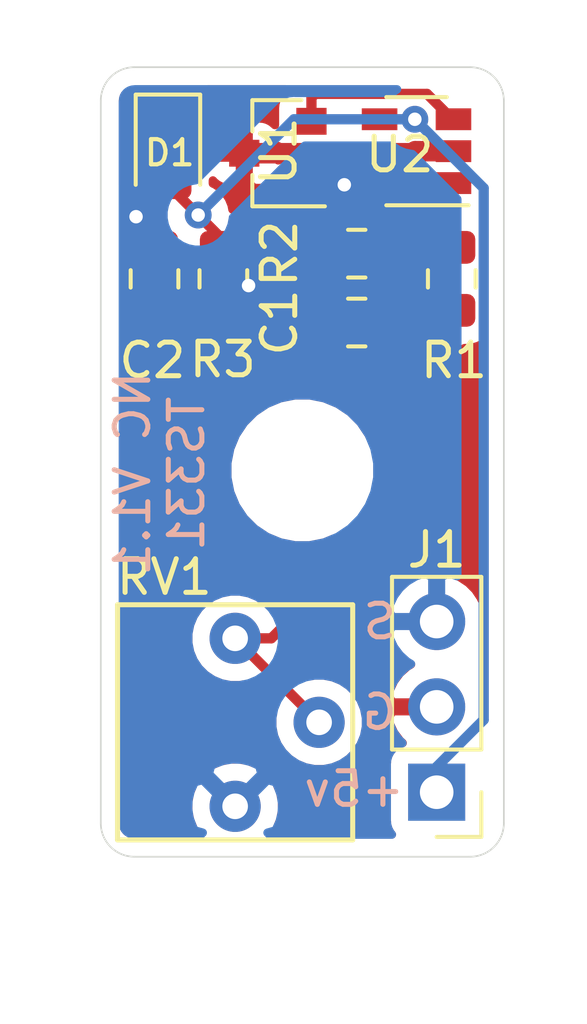
<source format=kicad_pcb>
(kicad_pcb (version 20171130) (host pcbnew "(5.1.5)-3")

  (general
    (thickness 1.6)
    (drawings 12)
    (tracks 54)
    (zones 0)
    (modules 11)
    (nets 7)
  )

  (page A4)
  (layers
    (0 F.Cu signal)
    (31 B.Cu signal)
    (32 B.Adhes user)
    (33 F.Adhes user)
    (34 B.Paste user)
    (35 F.Paste user)
    (36 B.SilkS user)
    (37 F.SilkS user)
    (38 B.Mask user)
    (39 F.Mask user)
    (40 Dwgs.User user)
    (41 Cmts.User user)
    (42 Eco1.User user)
    (43 Eco2.User user)
    (44 Edge.Cuts user)
    (45 Margin user)
    (46 B.CrtYd user)
    (47 F.CrtYd user)
    (48 B.Fab user)
    (49 F.Fab user)
  )

  (setup
    (last_trace_width 0.3048)
    (trace_clearance 0.2032)
    (zone_clearance 0.508)
    (zone_45_only no)
    (trace_min 0.2)
    (via_size 0.8)
    (via_drill 0.4)
    (via_min_size 0.4)
    (via_min_drill 0.3)
    (uvia_size 0.3)
    (uvia_drill 0.1)
    (uvias_allowed no)
    (uvia_min_size 0.2)
    (uvia_min_drill 0.1)
    (edge_width 0.05)
    (segment_width 0.2)
    (pcb_text_width 0.3)
    (pcb_text_size 1.5 1.5)
    (mod_edge_width 0.12)
    (mod_text_size 1 1)
    (mod_text_width 0.15)
    (pad_size 1.524 1.524)
    (pad_drill 0.762)
    (pad_to_mask_clearance 0.051)
    (solder_mask_min_width 0.25)
    (aux_axis_origin 0 0)
    (visible_elements 7FFDFFFF)
    (pcbplotparams
      (layerselection 0x010fc_ffffffff)
      (usegerberextensions false)
      (usegerberattributes false)
      (usegerberadvancedattributes false)
      (creategerberjobfile true)
      (excludeedgelayer true)
      (linewidth 0.100000)
      (plotframeref false)
      (viasonmask false)
      (mode 1)
      (useauxorigin false)
      (hpglpennumber 1)
      (hpglpenspeed 20)
      (hpglpendiameter 15.000000)
      (psnegative false)
      (psa4output false)
      (plotreference true)
      (plotvalue true)
      (plotinvisibletext false)
      (padsonsilk false)
      (subtractmaskfromsilk true)
      (outputformat 1)
      (mirror false)
      (drillshape 0)
      (scaleselection 1)
      (outputdirectory "Gerbers/"))
  )

  (net 0 "")
  (net 1 GND)
  (net 2 "Net-(C1-Pad1)")
  (net 3 +5V)
  (net 4 Signal)
  (net 5 "Net-(R1-Pad1)")
  (net 6 "Net-(U1-Pad2)")

  (net_class Default "This is the default net class."
    (clearance 0.2032)
    (trace_width 0.3048)
    (via_dia 0.8)
    (via_drill 0.4)
    (uvia_dia 0.3)
    (uvia_drill 0.1)
    (add_net "Net-(C1-Pad1)")
    (add_net "Net-(R1-Pad1)")
    (add_net "Net-(U1-Pad2)")
    (add_net Signal)
  )

  (net_class Power ""
    (clearance 0.2032)
    (trace_width 0.6096)
    (via_dia 0.8)
    (via_drill 0.4)
    (uvia_dia 0.3)
    (uvia_drill 0.1)
    (add_net +5V)
    (add_net GND)
  )

  (module HallEffect:SOT-23-5 (layer F.Cu) (tedit 5EB07606) (tstamp 600AAD4D)
    (at 147.4 59.5 180)
    (descr "5-pin SOT23 package")
    (tags SOT-23-5)
    (path /600A5D04)
    (attr smd)
    (fp_text reference U2 (at 0.5 -0.1 180) (layer F.SilkS)
      (effects (font (size 1 1) (thickness 0.15)))
    )
    (fp_text value TS331ILT (at 0 2.9) (layer F.Fab)
      (effects (font (size 1 1) (thickness 0.15)))
    )
    (fp_line (start 0.9 -1.55) (end 0.9 1.55) (layer F.Fab) (width 0.1))
    (fp_line (start 0.9 1.55) (end -0.9 1.55) (layer F.Fab) (width 0.1))
    (fp_line (start -0.9 -0.9) (end -0.9 1.55) (layer F.Fab) (width 0.1))
    (fp_line (start 0.9 -1.55) (end -0.25 -1.55) (layer F.Fab) (width 0.1))
    (fp_line (start -0.9 -0.9) (end -0.25 -1.55) (layer F.Fab) (width 0.1))
    (fp_line (start -1.9 1.8) (end -1.9 -1.8) (layer F.CrtYd) (width 0.05))
    (fp_line (start 1.9 1.8) (end -1.9 1.8) (layer F.CrtYd) (width 0.05))
    (fp_line (start 1.9 -1.8) (end 1.9 1.8) (layer F.CrtYd) (width 0.05))
    (fp_line (start -1.9 -1.8) (end 1.9 -1.8) (layer F.CrtYd) (width 0.05))
    (fp_line (start 0.9 -1.61) (end -1.55 -1.61) (layer F.SilkS) (width 0.12))
    (fp_line (start -0.9 1.61) (end 0.9 1.61) (layer F.SilkS) (width 0.12))
    (fp_text user %R (at 0 0 90) (layer F.Fab)
      (effects (font (size 0.5 0.5) (thickness 0.075)))
    )
    (pad 5 smd rect (at 1.1 -0.95 180) (size 1.06 0.65) (layers F.Cu F.Paste F.Mask)
      (net 3 +5V))
    (pad 4 smd rect (at 1.1 0.95 180) (size 1.06 0.65) (layers F.Cu F.Paste F.Mask)
      (net 4 Signal))
    (pad 3 smd rect (at -1.1 0.95 180) (size 1.06 0.65) (layers F.Cu F.Paste F.Mask)
      (net 6 "Net-(U1-Pad2)"))
    (pad 2 smd rect (at -1.1 0 180) (size 1.06 0.65) (layers F.Cu F.Paste F.Mask)
      (net 1 GND))
    (pad 1 smd rect (at -1.1 -0.95 180) (size 1.06 0.65) (layers F.Cu F.Paste F.Mask)
      (net 2 "Net-(C1-Pad1)"))
    (model ${KIPRJMOD}/Library/3D_Packages/SOT-23-5.step
      (at (xyz 0 0 0))
      (scale (xyz 1 1 1))
      (rotate (xyz 0 0 0))
    )
  )

  (module HallEffect:MountingHole_3.2mm_M3 (layer F.Cu) (tedit 56D1B4CB) (tstamp 6007B9B3)
    (at 144 69)
    (descr "Mounting Hole 3.2mm, no annular, M3")
    (tags "mounting hole 3.2mm no annular m3")
    (path /60082DD5)
    (attr virtual)
    (fp_text reference H1 (at 0.1 0.05) (layer F.SilkS)
      (effects (font (size 1 1) (thickness 0.15)))
    )
    (fp_text value MountingHole (at 0 4.2) (layer F.Fab)
      (effects (font (size 1 1) (thickness 0.15)))
    )
    (fp_circle (center 0 0) (end 3.45 0) (layer F.CrtYd) (width 0.05))
    (fp_circle (center 0 0) (end 3.2 0) (layer Cmts.User) (width 0.15))
    (fp_text user %R (at 0.3 0) (layer F.Fab)
      (effects (font (size 1 1) (thickness 0.15)))
    )
    (pad 1 np_thru_hole circle (at 0 0) (size 3.2 3.2) (drill 3.2) (layers *.Cu *.Mask))
  )

  (module HallEffect:SOT-23 (layer F.Cu) (tedit 5EB075FF) (tstamp 6007C55F)
    (at 143.272 59.5605 180)
    (descr "SOT-23, Standard")
    (tags SOT-23)
    (path /5FEA3EB5)
    (attr smd)
    (fp_text reference U1 (at -0.028 0.0605 90) (layer F.SilkS)
      (effects (font (size 1 1) (thickness 0.15)))
    )
    (fp_text value SS49E (at 0 2.5) (layer F.Fab)
      (effects (font (size 1 1) (thickness 0.15)))
    )
    (fp_text user %R (at 0 0 90) (layer F.Fab)
      (effects (font (size 0.5 0.5) (thickness 0.075)))
    )
    (fp_line (start -0.7 -0.95) (end -0.7 1.5) (layer F.Fab) (width 0.1))
    (fp_line (start -0.15 -1.52) (end 0.7 -1.52) (layer F.Fab) (width 0.1))
    (fp_line (start -0.7 -0.95) (end -0.15 -1.52) (layer F.Fab) (width 0.1))
    (fp_line (start 0.7 -1.52) (end 0.7 1.52) (layer F.Fab) (width 0.1))
    (fp_line (start -0.7 1.52) (end 0.7 1.52) (layer F.Fab) (width 0.1))
    (fp_line (start 0.76 1.58) (end 0.76 0.65) (layer F.SilkS) (width 0.12))
    (fp_line (start 0.76 -1.58) (end 0.76 -0.65) (layer F.SilkS) (width 0.12))
    (fp_line (start -1.7 -1.75) (end 1.7 -1.75) (layer F.CrtYd) (width 0.05))
    (fp_line (start 1.7 -1.75) (end 1.7 1.75) (layer F.CrtYd) (width 0.05))
    (fp_line (start 1.7 1.75) (end -1.7 1.75) (layer F.CrtYd) (width 0.05))
    (fp_line (start -1.7 1.75) (end -1.7 -1.75) (layer F.CrtYd) (width 0.05))
    (fp_line (start 0.76 -1.58) (end -1.4 -1.58) (layer F.SilkS) (width 0.12))
    (fp_line (start 0.76 1.58) (end -0.7 1.58) (layer F.SilkS) (width 0.12))
    (pad 1 smd rect (at -1 -0.95 180) (size 0.9 0.8) (layers F.Cu F.Paste F.Mask)
      (net 3 +5V))
    (pad 2 smd rect (at -1 0.95 180) (size 0.9 0.8) (layers F.Cu F.Paste F.Mask)
      (net 6 "Net-(U1-Pad2)"))
    (pad 3 smd rect (at 1 0 180) (size 0.9 0.8) (layers F.Cu F.Paste F.Mask)
      (net 1 GND))
    (model ${KIPRJMOD}/Library/3D_Packages/SOT-23.step
      (at (xyz 0 0 0))
      (scale (xyz 1 1 1))
      (rotate (xyz 0 0 0))
    )
  )

  (module HallEffect:CT6EP103 (layer F.Cu) (tedit 5EFFC1F9) (tstamp 5FEC5C1C)
    (at 142 76.5 270)
    (path /5FEAFE4B)
    (fp_text reference RV1 (at -4.324 2.1095 180) (layer F.SilkS)
      (effects (font (size 1 1) (thickness 0.15)))
    )
    (fp_text value 10K (at 0 -4.5 90) (layer F.Fab)
      (effects (font (size 1 1) (thickness 0.15)))
    )
    (fp_line (start 3.5 -3.5) (end 0 -3.5) (layer F.SilkS) (width 0.15))
    (fp_line (start 3.5 3.5) (end 3.5 -3.5) (layer F.SilkS) (width 0.15))
    (fp_line (start -3.5 3.5) (end 3.5 3.5) (layer F.SilkS) (width 0.15))
    (fp_line (start -3.5 -3.5) (end -3.5 3.5) (layer F.SilkS) (width 0.15))
    (fp_line (start 0 -3.5) (end -3.5 -3.5) (layer F.SilkS) (width 0.15))
    (pad 3 thru_hole circle (at 2.5 0 270) (size 1.524 1.524) (drill 0.762) (layers *.Cu *.Mask)
      (net 3 +5V))
    (pad 2 thru_hole circle (at 0 -2.5 270) (size 1.524 1.524) (drill 0.762) (layers *.Cu *.Mask)
      (net 5 "Net-(R1-Pad1)"))
    (pad 1 thru_hole circle (at -2.5 0 270) (size 1.524 1.524) (drill 0.762) (layers *.Cu *.Mask)
      (net 5 "Net-(R1-Pad1)"))
    (model "${KIPRJMOD}/Library/3D_Packages/CT-6EP10k_(103).stp"
      (offset (xyz 0 0 5.8))
      (scale (xyz 1 1 1))
      (rotate (xyz 0 0 0))
    )
  )

  (module HallEffect:R_0805_2012Metric (layer F.Cu) (tedit 5EB075F5) (tstamp 6007C697)
    (at 141.65 63.3 90)
    (descr "Resistor SMD 0805 (2012 Metric), square (rectangular) end terminal, IPC_7351 nominal, (Body size source: https://docs.google.com/spreadsheets/d/1BsfQQcO9C6DZCsRaXUlFlo91Tg2WpOkGARC1WS5S8t0/edit?usp=sharing), generated with kicad-footprint-generator")
    (tags resistor)
    (path /5FEB5185)
    (attr smd)
    (fp_text reference R3 (at -2.4 -0.0185 180) (layer F.SilkS)
      (effects (font (size 1 1) (thickness 0.15)))
    )
    (fp_text value 1k (at 3.3805 -0.0635 90) (layer F.Fab)
      (effects (font (size 1 1) (thickness 0.15)))
    )
    (fp_text user %R (at 0 0 90) (layer F.Fab)
      (effects (font (size 0.5 0.5) (thickness 0.08)))
    )
    (fp_line (start 1.68 0.95) (end -1.68 0.95) (layer F.CrtYd) (width 0.05))
    (fp_line (start 1.68 -0.95) (end 1.68 0.95) (layer F.CrtYd) (width 0.05))
    (fp_line (start -1.68 -0.95) (end 1.68 -0.95) (layer F.CrtYd) (width 0.05))
    (fp_line (start -1.68 0.95) (end -1.68 -0.95) (layer F.CrtYd) (width 0.05))
    (fp_line (start -0.258578 0.71) (end 0.258578 0.71) (layer F.SilkS) (width 0.12))
    (fp_line (start -0.258578 -0.71) (end 0.258578 -0.71) (layer F.SilkS) (width 0.12))
    (fp_line (start 1 0.6) (end -1 0.6) (layer F.Fab) (width 0.1))
    (fp_line (start 1 -0.6) (end 1 0.6) (layer F.Fab) (width 0.1))
    (fp_line (start -1 -0.6) (end 1 -0.6) (layer F.Fab) (width 0.1))
    (fp_line (start -1 0.6) (end -1 -0.6) (layer F.Fab) (width 0.1))
    (pad 2 smd roundrect (at 0.9375 0 90) (size 0.975 1.4) (layers F.Cu F.Paste F.Mask) (roundrect_rratio 0.25)
      (net 4 Signal))
    (pad 1 smd roundrect (at -0.9375 0 90) (size 0.975 1.4) (layers F.Cu F.Paste F.Mask) (roundrect_rratio 0.25)
      (net 3 +5V))
    (model ${KIPRJMOD}/Library/3D_Packages/R_0805_2012Metric.step
      (at (xyz 0 0 0))
      (scale (xyz 1 1 1))
      (rotate (xyz 0 0 0))
    )
  )

  (module HallEffect:R_0805_2012Metric (layer F.Cu) (tedit 5EB075F5) (tstamp 6007C2F3)
    (at 145.6205 62.55 180)
    (descr "Resistor SMD 0805 (2012 Metric), square (rectangular) end terminal, IPC_7351 nominal, (Body size source: https://docs.google.com/spreadsheets/d/1BsfQQcO9C6DZCsRaXUlFlo91Tg2WpOkGARC1WS5S8t0/edit?usp=sharing), generated with kicad-footprint-generator")
    (tags resistor)
    (path /5FEADFC8)
    (attr smd)
    (fp_text reference R2 (at 2.301 0 270) (layer F.SilkS)
      (effects (font (size 1 1) (thickness 0.15)))
    )
    (fp_text value 10K (at 0.3325 1.4605) (layer F.Fab)
      (effects (font (size 1 1) (thickness 0.15)))
    )
    (fp_text user %R (at 0 0) (layer F.Fab)
      (effects (font (size 0.5 0.5) (thickness 0.08)))
    )
    (fp_line (start 1.68 0.95) (end -1.68 0.95) (layer F.CrtYd) (width 0.05))
    (fp_line (start 1.68 -0.95) (end 1.68 0.95) (layer F.CrtYd) (width 0.05))
    (fp_line (start -1.68 -0.95) (end 1.68 -0.95) (layer F.CrtYd) (width 0.05))
    (fp_line (start -1.68 0.95) (end -1.68 -0.95) (layer F.CrtYd) (width 0.05))
    (fp_line (start -0.258578 0.71) (end 0.258578 0.71) (layer F.SilkS) (width 0.12))
    (fp_line (start -0.258578 -0.71) (end 0.258578 -0.71) (layer F.SilkS) (width 0.12))
    (fp_line (start 1 0.6) (end -1 0.6) (layer F.Fab) (width 0.1))
    (fp_line (start 1 -0.6) (end 1 0.6) (layer F.Fab) (width 0.1))
    (fp_line (start -1 -0.6) (end 1 -0.6) (layer F.Fab) (width 0.1))
    (fp_line (start -1 0.6) (end -1 -0.6) (layer F.Fab) (width 0.1))
    (pad 2 smd roundrect (at 0.9375 0 180) (size 0.975 1.4) (layers F.Cu F.Paste F.Mask) (roundrect_rratio 0.25)
      (net 1 GND))
    (pad 1 smd roundrect (at -0.9375 0 180) (size 0.975 1.4) (layers F.Cu F.Paste F.Mask) (roundrect_rratio 0.25)
      (net 2 "Net-(C1-Pad1)"))
    (model ${KIPRJMOD}/Library/3D_Packages/R_0805_2012Metric.step
      (at (xyz 0 0 0))
      (scale (xyz 1 1 1))
      (rotate (xyz 0 0 0))
    )
  )

  (module HallEffect:R_0805_2012Metric (layer F.Cu) (tedit 5EB075F5) (tstamp 6007C3C8)
    (at 148.45 63.3 90)
    (descr "Resistor SMD 0805 (2012 Metric), square (rectangular) end terminal, IPC_7351 nominal, (Body size source: https://docs.google.com/spreadsheets/d/1BsfQQcO9C6DZCsRaXUlFlo91Tg2WpOkGARC1WS5S8t0/edit?usp=sharing), generated with kicad-footprint-generator")
    (tags resistor)
    (path /5FEAE921)
    (attr smd)
    (fp_text reference R1 (at -2.428 0.0635 180) (layer F.SilkS)
      (effects (font (size 1 1) (thickness 0.15)))
    )
    (fp_text value 1.0K (at 0 1.65 90) (layer F.Fab)
      (effects (font (size 1 1) (thickness 0.15)))
    )
    (fp_text user %R (at 0 0 90) (layer F.Fab)
      (effects (font (size 0.5 0.5) (thickness 0.08)))
    )
    (fp_line (start 1.68 0.95) (end -1.68 0.95) (layer F.CrtYd) (width 0.05))
    (fp_line (start 1.68 -0.95) (end 1.68 0.95) (layer F.CrtYd) (width 0.05))
    (fp_line (start -1.68 -0.95) (end 1.68 -0.95) (layer F.CrtYd) (width 0.05))
    (fp_line (start -1.68 0.95) (end -1.68 -0.95) (layer F.CrtYd) (width 0.05))
    (fp_line (start -0.258578 0.71) (end 0.258578 0.71) (layer F.SilkS) (width 0.12))
    (fp_line (start -0.258578 -0.71) (end 0.258578 -0.71) (layer F.SilkS) (width 0.12))
    (fp_line (start 1 0.6) (end -1 0.6) (layer F.Fab) (width 0.1))
    (fp_line (start 1 -0.6) (end 1 0.6) (layer F.Fab) (width 0.1))
    (fp_line (start -1 -0.6) (end 1 -0.6) (layer F.Fab) (width 0.1))
    (fp_line (start -1 0.6) (end -1 -0.6) (layer F.Fab) (width 0.1))
    (pad 2 smd roundrect (at 0.9375 0 90) (size 0.975 1.4) (layers F.Cu F.Paste F.Mask) (roundrect_rratio 0.25)
      (net 2 "Net-(C1-Pad1)"))
    (pad 1 smd roundrect (at -0.9375 0 90) (size 0.975 1.4) (layers F.Cu F.Paste F.Mask) (roundrect_rratio 0.25)
      (net 5 "Net-(R1-Pad1)"))
    (model ${KIPRJMOD}/Library/3D_Packages/R_0805_2012Metric.step
      (at (xyz 0 0 0))
      (scale (xyz 1 1 1))
      (rotate (xyz 0 0 0))
    )
  )

  (module HallEffect:PinHeader_1x03_P2.54mm_Vertical (layer F.Cu) (tedit 5EB075E6) (tstamp 5FEA0DBF)
    (at 148 78.58 180)
    (descr "Through hole straight pin header, 1x03, 2.54mm pitch, single row")
    (tags "Through hole pin header THT 1x03 2.54mm single row")
    (path /5FE9C107)
    (fp_text reference J1 (at 0 7.213) (layer F.SilkS)
      (effects (font (size 1 1) (thickness 0.15)))
    )
    (fp_text value Conn_01x03 (at 0 7.41) (layer F.Fab)
      (effects (font (size 1 1) (thickness 0.15)))
    )
    (fp_text user %R (at 0 2.54 90) (layer F.Fab)
      (effects (font (size 1 1) (thickness 0.15)))
    )
    (fp_line (start 1.8 -1.8) (end -1.8 -1.8) (layer F.CrtYd) (width 0.05))
    (fp_line (start 1.8 6.85) (end 1.8 -1.8) (layer F.CrtYd) (width 0.05))
    (fp_line (start -1.8 6.85) (end 1.8 6.85) (layer F.CrtYd) (width 0.05))
    (fp_line (start -1.8 -1.8) (end -1.8 6.85) (layer F.CrtYd) (width 0.05))
    (fp_line (start -1.33 -1.33) (end 0 -1.33) (layer F.SilkS) (width 0.12))
    (fp_line (start -1.33 0) (end -1.33 -1.33) (layer F.SilkS) (width 0.12))
    (fp_line (start -1.33 1.27) (end 1.33 1.27) (layer F.SilkS) (width 0.12))
    (fp_line (start 1.33 1.27) (end 1.33 6.41) (layer F.SilkS) (width 0.12))
    (fp_line (start -1.33 1.27) (end -1.33 6.41) (layer F.SilkS) (width 0.12))
    (fp_line (start -1.33 6.41) (end 1.33 6.41) (layer F.SilkS) (width 0.12))
    (fp_line (start -1.27 -0.635) (end -0.635 -1.27) (layer F.Fab) (width 0.1))
    (fp_line (start -1.27 6.35) (end -1.27 -0.635) (layer F.Fab) (width 0.1))
    (fp_line (start 1.27 6.35) (end -1.27 6.35) (layer F.Fab) (width 0.1))
    (fp_line (start 1.27 -1.27) (end 1.27 6.35) (layer F.Fab) (width 0.1))
    (fp_line (start -0.635 -1.27) (end 1.27 -1.27) (layer F.Fab) (width 0.1))
    (pad 3 thru_hole oval (at 0 5.08 180) (size 1.7 1.7) (drill 1) (layers *.Cu *.Mask)
      (net 3 +5V))
    (pad 2 thru_hole oval (at 0 2.54 180) (size 1.7 1.7) (drill 1) (layers *.Cu *.Mask)
      (net 1 GND))
    (pad 1 thru_hole rect (at 0 0 180) (size 1.7 1.7) (drill 1) (layers *.Cu *.Mask)
      (net 4 Signal))
    (model ${KIPRJMOD}/Library/3D_Packages/PinHeader_1x03_P2.54mm_Vertical.step
      (at (xyz 0 0 0))
      (scale (xyz 1 1 1))
      (rotate (xyz 0 0 0))
    )
  )

  (module HallEffect:LED_0805_2012Metric (layer F.Cu) (tedit 5EB07523) (tstamp 5FEC119A)
    (at 140 59.5 270)
    (descr "LED SMD 0805 (2012 Metric), square (rectangular) end terminal, IPC_7351 nominal, (Body size source: https://docs.google.com/spreadsheets/d/1BsfQQcO9C6DZCsRaXUlFlo91Tg2WpOkGARC1WS5S8t0/edit?usp=sharing), generated with kicad-footprint-generator")
    (tags diode)
    (path /5FEB5CD2)
    (attr smd)
    (fp_text reference D1 (at 0.05 -0.05) (layer F.SilkS)
      (effects (font (size 0.75 0.75) (thickness 0.125)))
    )
    (fp_text value LED (at 0 1.65 90) (layer F.Fab)
      (effects (font (size 1 1) (thickness 0.15)))
    )
    (fp_text user %R (at 0 0 90) (layer F.Fab)
      (effects (font (size 0.5 0.5) (thickness 0.08)))
    )
    (fp_line (start 1.68 0.95) (end -1.68 0.95) (layer F.CrtYd) (width 0.05))
    (fp_line (start 1.68 -0.95) (end 1.68 0.95) (layer F.CrtYd) (width 0.05))
    (fp_line (start -1.68 -0.95) (end 1.68 -0.95) (layer F.CrtYd) (width 0.05))
    (fp_line (start -1.68 0.95) (end -1.68 -0.95) (layer F.CrtYd) (width 0.05))
    (fp_line (start -1.685 0.96) (end 1 0.96) (layer F.SilkS) (width 0.12))
    (fp_line (start -1.685 -0.96) (end -1.685 0.96) (layer F.SilkS) (width 0.12))
    (fp_line (start 1 -0.96) (end -1.685 -0.96) (layer F.SilkS) (width 0.12))
    (fp_line (start 1 0.6) (end 1 -0.6) (layer F.Fab) (width 0.1))
    (fp_line (start -1 0.6) (end 1 0.6) (layer F.Fab) (width 0.1))
    (fp_line (start -1 -0.3) (end -1 0.6) (layer F.Fab) (width 0.1))
    (fp_line (start -0.7 -0.6) (end -1 -0.3) (layer F.Fab) (width 0.1))
    (fp_line (start 1 -0.6) (end -0.7 -0.6) (layer F.Fab) (width 0.1))
    (pad 2 smd roundrect (at 0.9375 0 270) (size 0.975 1.4) (layers F.Cu F.Paste F.Mask) (roundrect_rratio 0.25)
      (net 4 Signal))
    (pad 1 smd roundrect (at -0.9375 0 270) (size 0.975 1.4) (layers F.Cu F.Paste F.Mask) (roundrect_rratio 0.25)
      (net 1 GND))
    (model ${KIPRJMOD}/Library/3D_Packages/LED_0805_2012Metric.step
      (at (xyz 0 0 0))
      (scale (xyz 1 1 1))
      (rotate (xyz 0 0 0))
    )
  )

  (module HallEffect:C_0805_2012Metric (layer F.Cu) (tedit 5EB0750C) (tstamp 5FEBF1E4)
    (at 139.6 63.3 270)
    (descr "Capacitor SMD 0805 (2012 Metric), square (rectangular) end terminal, IPC_7351 nominal, (Body size source: https://docs.google.com/spreadsheets/d/1BsfQQcO9C6DZCsRaXUlFlo91Tg2WpOkGARC1WS5S8t0/edit?usp=sharing), generated with kicad-footprint-generator")
    (tags capacitor)
    (path /5FEAD587)
    (attr smd)
    (fp_text reference C2 (at 2.428 0.0635 180) (layer F.SilkS)
      (effects (font (size 1 1) (thickness 0.15)))
    )
    (fp_text value 1uF (at 3.8885 0.254 90) (layer F.Fab)
      (effects (font (size 1 1) (thickness 0.15)))
    )
    (fp_text user %R (at 0 0 90) (layer F.Fab)
      (effects (font (size 0.5 0.5) (thickness 0.08)))
    )
    (fp_line (start 1.68 0.95) (end -1.68 0.95) (layer F.CrtYd) (width 0.05))
    (fp_line (start 1.68 -0.95) (end 1.68 0.95) (layer F.CrtYd) (width 0.05))
    (fp_line (start -1.68 -0.95) (end 1.68 -0.95) (layer F.CrtYd) (width 0.05))
    (fp_line (start -1.68 0.95) (end -1.68 -0.95) (layer F.CrtYd) (width 0.05))
    (fp_line (start -0.258578 0.71) (end 0.258578 0.71) (layer F.SilkS) (width 0.12))
    (fp_line (start -0.258578 -0.71) (end 0.258578 -0.71) (layer F.SilkS) (width 0.12))
    (fp_line (start 1 0.6) (end -1 0.6) (layer F.Fab) (width 0.1))
    (fp_line (start 1 -0.6) (end 1 0.6) (layer F.Fab) (width 0.1))
    (fp_line (start -1 -0.6) (end 1 -0.6) (layer F.Fab) (width 0.1))
    (fp_line (start -1 0.6) (end -1 -0.6) (layer F.Fab) (width 0.1))
    (pad 2 smd roundrect (at 0.9375 0 270) (size 0.975 1.4) (layers F.Cu F.Paste F.Mask) (roundrect_rratio 0.25)
      (net 1 GND))
    (pad 1 smd roundrect (at -0.9375 0 270) (size 0.975 1.4) (layers F.Cu F.Paste F.Mask) (roundrect_rratio 0.25)
      (net 3 +5V))
    (model ${KIPRJMOD}/Library/3D_Packages/C_0805_2012Metric.step
      (at (xyz 0 0 0))
      (scale (xyz 1 1 1))
      (rotate (xyz 0 0 0))
    )
  )

  (module HallEffect:C_0805_2012Metric (layer F.Cu) (tedit 5EB0750C) (tstamp 5FEBF31D)
    (at 145.6205 64.6 180)
    (descr "Capacitor SMD 0805 (2012 Metric), square (rectangular) end terminal, IPC_7351 nominal, (Body size source: https://docs.google.com/spreadsheets/d/1BsfQQcO9C6DZCsRaXUlFlo91Tg2WpOkGARC1WS5S8t0/edit?usp=sharing), generated with kicad-footprint-generator")
    (tags capacitor)
    (path /5FEB3165)
    (attr smd)
    (fp_text reference C1 (at 2.301 0 90) (layer F.SilkS)
      (effects (font (size 1 1) (thickness 0.15)))
    )
    (fp_text value 0.1uF (at 0 -2.0955) (layer F.Fab)
      (effects (font (size 1 1) (thickness 0.15)))
    )
    (fp_text user %R (at 0 0) (layer F.Fab)
      (effects (font (size 0.5 0.5) (thickness 0.08)))
    )
    (fp_line (start 1.68 0.95) (end -1.68 0.95) (layer F.CrtYd) (width 0.05))
    (fp_line (start 1.68 -0.95) (end 1.68 0.95) (layer F.CrtYd) (width 0.05))
    (fp_line (start -1.68 -0.95) (end 1.68 -0.95) (layer F.CrtYd) (width 0.05))
    (fp_line (start -1.68 0.95) (end -1.68 -0.95) (layer F.CrtYd) (width 0.05))
    (fp_line (start -0.258578 0.71) (end 0.258578 0.71) (layer F.SilkS) (width 0.12))
    (fp_line (start -0.258578 -0.71) (end 0.258578 -0.71) (layer F.SilkS) (width 0.12))
    (fp_line (start 1 0.6) (end -1 0.6) (layer F.Fab) (width 0.1))
    (fp_line (start 1 -0.6) (end 1 0.6) (layer F.Fab) (width 0.1))
    (fp_line (start -1 -0.6) (end 1 -0.6) (layer F.Fab) (width 0.1))
    (fp_line (start -1 0.6) (end -1 -0.6) (layer F.Fab) (width 0.1))
    (pad 2 smd roundrect (at 0.9375 0 180) (size 0.975 1.4) (layers F.Cu F.Paste F.Mask) (roundrect_rratio 0.25)
      (net 1 GND))
    (pad 1 smd roundrect (at -0.9375 0 180) (size 0.975 1.4) (layers F.Cu F.Paste F.Mask) (roundrect_rratio 0.25)
      (net 2 "Net-(C1-Pad1)"))
    (model ${KIPRJMOD}/Library/3D_Packages/C_0805_2012Metric.step
      (at (xyz 0 0 0))
      (scale (xyz 1 1 1))
      (rotate (xyz 0 0 0))
    )
  )

  (gr_text "NC V1.1\nTS331" (at 139.75 69.1 90) (layer B.SilkS)
    (effects (font (size 1 1) (thickness 0.15)) (justify mirror))
  )
  (gr_text G (at 146.304 76.2) (layer B.SilkS)
    (effects (font (size 1 1) (thickness 0.15)) (justify mirror))
  )
  (gr_text +5v (at 145.542 78.486) (layer B.SilkS)
    (effects (font (size 1 1) (thickness 0.15)) (justify mirror))
  )
  (gr_text S (at 146.304 73.5) (layer B.SilkS)
    (effects (font (size 1 1) (thickness 0.15)) (justify mirror))
  )
  (gr_arc (start 139 79.5) (end 138 79.5) (angle -90) (layer Edge.Cuts) (width 0.05))
  (gr_arc (start 149 79.5) (end 149 80.5) (angle -90) (layer Edge.Cuts) (width 0.05))
  (gr_arc (start 149 58) (end 150 58) (angle -90) (layer Edge.Cuts) (width 0.05))
  (gr_arc (start 139 58) (end 139 57) (angle -90) (layer Edge.Cuts) (width 0.05))
  (gr_line (start 138 58) (end 138 79.5) (layer Edge.Cuts) (width 0.05) (tstamp 5FEA1B98))
  (gr_line (start 149 80.5) (end 139 80.5) (layer Edge.Cuts) (width 0.05))
  (gr_line (start 150 58) (end 150 79.5) (layer Edge.Cuts) (width 0.05))
  (gr_line (start 139 57) (end 149 57) (layer Edge.Cuts) (width 0.05))

  (via (at 147.35 58.55) (size 0.8) (drill 0.4) (layers F.Cu B.Cu) (net 4))
  (segment (start 139.554001 58.946999) (end 139.954 58.547) (width 0.3048) (layer F.Cu) (net 1))
  (segment (start 142.2825 59.55) (end 142.272 59.5605) (width 0.6096) (layer F.Cu) (net 1))
  (segment (start 143.3316 59.5605) (end 142.272 59.5605) (width 0.6096) (layer F.Cu) (net 1))
  (segment (start 147.2999 59.5605) (end 143.3316 59.5605) (width 0.6096) (layer F.Cu) (net 1))
  (segment (start 147.3604 59.5) (end 147.2999 59.5605) (width 0.6096) (layer F.Cu) (net 1))
  (segment (start 148.5 59.5) (end 147.3604 59.5) (width 0.6096) (layer F.Cu) (net 1))
  (segment (start 148.45 62.725) (end 148.463 62.738) (width 0.3048) (layer F.Cu) (net 2))
  (segment (start 147.9885 62.738) (end 148.463 62.738) (width 0.3048) (layer F.Cu) (net 2))
  (segment (start 146.4535 62.824) (end 146.558 62.9285) (width 0.3048) (layer F.Cu) (net 2))
  (segment (start 146.7485 62.738) (end 146.558 62.9285) (width 0.3048) (layer F.Cu) (net 2))
  (segment (start 148.463 62.45) (end 146.7485 62.45) (width 0.3048) (layer F.Cu) (net 2))
  (segment (start 146.558 64.9605) (end 146.558 62.9285) (width 0.3048) (layer F.Cu) (net 2))
  (segment (start 146.4 62.392) (end 146.558 62.55) (width 0.3048) (layer F.Cu) (net 2))
  (via (at 142.4 63.5) (size 0.8) (drill 0.4) (layers F.Cu B.Cu) (net 3) (tstamp 6007C79C))
  (via (at 145.25 60.5) (size 0.8) (drill 0.4) (layers F.Cu B.Cu) (net 3) (tstamp 6008D897))
  (via (at 139.05 61.45) (size 0.8) (drill 0.4) (layers F.Cu B.Cu) (net 3))
  (segment (start 139.6 62) (end 139.05 61.45) (width 0.6096) (layer F.Cu) (net 3))
  (segment (start 139.6 62.3625) (end 139.6 62) (width 0.6096) (layer F.Cu) (net 3))
  (segment (start 145.1395 60.5105) (end 145.15 60.5) (width 0.6096) (layer F.Cu) (net 3))
  (segment (start 141.6625 64.2375) (end 142.4 63.5) (width 0.6096) (layer F.Cu) (net 3))
  (segment (start 141.65 64.2375) (end 141.6625 64.2375) (width 0.6096) (layer F.Cu) (net 3))
  (segment (start 148 73.5) (end 148 73.6) (width 0.3048) (layer B.Cu) (net 3))
  (segment (start 148.463 60.637) (end 148.6 60.5) (width 0.3048) (layer F.Cu) (net 2))
  (segment (start 148.5 62.3125) (end 148.45 62.3625) (width 0.3048) (layer F.Cu) (net 2))
  (segment (start 148.5 60.45) (end 148.5 62.3125) (width 0.3048) (layer F.Cu) (net 2))
  (segment (start 144.2825 60.5) (end 144.272 60.5105) (width 0.6096) (layer F.Cu) (net 3))
  (segment (start 145.25 60.5) (end 144.2825 60.5) (width 0.6096) (layer F.Cu) (net 3))
  (segment (start 145.3 60.45) (end 145.25 60.5) (width 0.6096) (layer F.Cu) (net 3))
  (segment (start 146.3 60.45) (end 145.3 60.45) (width 0.6096) (layer F.Cu) (net 3))
  (via (at 140.9 61.4) (size 0.8) (drill 0.4) (layers F.Cu B.Cu) (net 4) (tstamp 6007BD83))
  (segment (start 141.65 62.3625) (end 141.65 62.15) (width 0.3048) (layer F.Cu) (net 4))
  (segment (start 140 60.5) (end 140.9 61.4) (width 0.3048) (layer F.Cu) (net 4))
  (segment (start 140 60.4375) (end 140 60.5) (width 0.3048) (layer F.Cu) (net 4))
  (segment (start 148 77.82429) (end 149.399999 76.424291) (width 0.3048) (layer B.Cu) (net 4))
  (segment (start 148 78.58) (end 148 77.82429) (width 0.3048) (layer B.Cu) (net 4))
  (segment (start 143.07763 74) (end 142 74) (width 0.3048) (layer F.Cu) (net 5))
  (segment (start 148.463 64.613) (end 146.794399 66.281601) (width 0.3048) (layer F.Cu) (net 5))
  (segment (start 146.794399 66.281601) (end 146.794399 70.283231) (width 0.3048) (layer F.Cu) (net 5))
  (segment (start 146.794399 70.283231) (end 143.07763 74) (width 0.3048) (layer F.Cu) (net 5))
  (segment (start 144.5 76.5) (end 142 74) (width 0.3048) (layer F.Cu) (net 5))
  (segment (start 146.451 58.6105) (end 146.4535 58.608) (width 0.3048) (layer F.Cu) (net 4))
  (segment (start 147.35 58.55) (end 146.3 58.55) (width 0.3048) (layer F.Cu) (net 4))
  (segment (start 141.65 62.15) (end 140.9 61.4) (width 0.3048) (layer F.Cu) (net 4))
  (segment (start 149.399999 60.599999) (end 147.35 58.55) (width 0.3048) (layer B.Cu) (net 4))
  (segment (start 149.399999 76.424291) (end 149.399999 60.599999) (width 0.3048) (layer B.Cu) (net 4))
  (segment (start 143.75 58.55) (end 140.9 61.4) (width 0.3048) (layer B.Cu) (net 4))
  (segment (start 147.35 58.55) (end 143.75 58.55) (width 0.3048) (layer B.Cu) (net 4))
  (segment (start 144.2825 58.6) (end 144.272 58.6105) (width 0.3048) (layer F.Cu) (net 6))
  (segment (start 147.712689 57.794399) (end 144.383301 57.794399) (width 0.3048) (layer F.Cu) (net 6))
  (segment (start 144.383301 57.794399) (end 144.272 57.9057) (width 0.3048) (layer F.Cu) (net 6))
  (segment (start 148.46829 58.55) (end 147.712689 57.794399) (width 0.3048) (layer F.Cu) (net 6))
  (segment (start 144.272 57.9057) (end 144.272 58.6105) (width 0.3048) (layer F.Cu) (net 6))
  (segment (start 148.5 58.55) (end 148.46829 58.55) (width 0.3048) (layer F.Cu) (net 6))

  (zone (net 3) (net_name +5V) (layer B.Cu) (tstamp 600AB7A8) (hatch edge 0.508)
    (connect_pads (clearance 0.508))
    (min_thickness 0.254)
    (fill yes (arc_segments 32) (thermal_gap 0.508) (thermal_bridge_width 0.508))
    (polygon
      (pts
        (xy 152.5 85) (xy 135.5 85) (xy 135 55) (xy 152 55)
      )
    )
    (filled_polygon
      (pts
        (xy 146.690226 57.746063) (xy 146.673689 57.7626) (xy 143.788665 57.7626) (xy 143.75 57.758792) (xy 143.711335 57.7626)
        (xy 143.711327 57.7626) (xy 143.595643 57.773994) (xy 143.447217 57.819018) (xy 143.310428 57.892134) (xy 143.22057 57.965878)
        (xy 143.220567 57.965881) (xy 143.190531 57.990531) (xy 143.165881 58.020567) (xy 140.82145 60.365) (xy 140.798061 60.365)
        (xy 140.598102 60.404774) (xy 140.409744 60.482795) (xy 140.240226 60.596063) (xy 140.096063 60.740226) (xy 139.982795 60.909744)
        (xy 139.904774 61.098102) (xy 139.865 61.298061) (xy 139.865 61.501939) (xy 139.904774 61.701898) (xy 139.982795 61.890256)
        (xy 140.096063 62.059774) (xy 140.240226 62.203937) (xy 140.409744 62.317205) (xy 140.598102 62.395226) (xy 140.798061 62.435)
        (xy 141.001939 62.435) (xy 141.201898 62.395226) (xy 141.390256 62.317205) (xy 141.559774 62.203937) (xy 141.703937 62.059774)
        (xy 141.817205 61.890256) (xy 141.895226 61.701898) (xy 141.935 61.501939) (xy 141.935 61.47855) (xy 144.076152 59.3374)
        (xy 146.673689 59.3374) (xy 146.690226 59.353937) (xy 146.859744 59.467205) (xy 147.048102 59.545226) (xy 147.248061 59.585)
        (xy 147.27145 59.585) (xy 148.6126 60.926152) (xy 148.612599 72.149226) (xy 148.356891 72.058519) (xy 148.127 72.179186)
        (xy 148.127 73.373) (xy 148.147 73.373) (xy 148.147 73.627) (xy 148.127 73.627) (xy 148.127 73.647)
        (xy 147.873 73.647) (xy 147.873 73.627) (xy 146.679845 73.627) (xy 146.558524 73.85689) (xy 146.603175 74.004099)
        (xy 146.728359 74.26692) (xy 146.902412 74.500269) (xy 147.118645 74.695178) (xy 147.235534 74.764805) (xy 147.053368 74.886525)
        (xy 146.846525 75.093368) (xy 146.68401 75.336589) (xy 146.572068 75.606842) (xy 146.515 75.89374) (xy 146.515 76.18626)
        (xy 146.572068 76.473158) (xy 146.68401 76.743411) (xy 146.846525 76.986632) (xy 146.97838 77.118487) (xy 146.90582 77.140498)
        (xy 146.795506 77.199463) (xy 146.698815 77.278815) (xy 146.619463 77.375506) (xy 146.560498 77.48582) (xy 146.524188 77.605518)
        (xy 146.511928 77.73) (xy 146.511928 79.43) (xy 146.524188 79.554482) (xy 146.560498 79.67418) (xy 146.619463 79.784494)
        (xy 146.665015 79.84) (xy 143.019608 79.84) (xy 142.965567 79.785959) (xy 143.205656 79.71898) (xy 143.322756 79.469952)
        (xy 143.389023 79.202865) (xy 143.40191 78.927983) (xy 143.360922 78.655867) (xy 143.267636 78.396977) (xy 143.205656 78.28102)
        (xy 142.965565 78.21404) (xy 142.179605 79) (xy 142.193748 79.014143) (xy 142.014143 79.193748) (xy 142 79.179605)
        (xy 141.985858 79.193748) (xy 141.806253 79.014143) (xy 141.820395 79) (xy 141.034435 78.21404) (xy 140.794344 78.28102)
        (xy 140.677244 78.530048) (xy 140.610977 78.797135) (xy 140.59809 79.072017) (xy 140.639078 79.344133) (xy 140.732364 79.603023)
        (xy 140.794344 79.71898) (xy 141.034433 79.785959) (xy 140.980392 79.84) (xy 139.032279 79.84) (xy 138.934576 79.83042)
        (xy 138.871643 79.81142) (xy 138.813594 79.780554) (xy 138.762657 79.739011) (xy 138.720752 79.688356) (xy 138.689485 79.630529)
        (xy 138.670044 79.567728) (xy 138.66 79.472165) (xy 138.66 78.034435) (xy 141.21404 78.034435) (xy 142 78.820395)
        (xy 142.78596 78.034435) (xy 142.71898 77.794344) (xy 142.469952 77.677244) (xy 142.202865 77.610977) (xy 141.927983 77.59809)
        (xy 141.655867 77.639078) (xy 141.396977 77.732364) (xy 141.28102 77.794344) (xy 141.21404 78.034435) (xy 138.66 78.034435)
        (xy 138.66 76.362408) (xy 143.103 76.362408) (xy 143.103 76.637592) (xy 143.156686 76.90749) (xy 143.261995 77.161727)
        (xy 143.41488 77.390535) (xy 143.609465 77.58512) (xy 143.838273 77.738005) (xy 144.09251 77.843314) (xy 144.362408 77.897)
        (xy 144.637592 77.897) (xy 144.90749 77.843314) (xy 145.161727 77.738005) (xy 145.390535 77.58512) (xy 145.58512 77.390535)
        (xy 145.738005 77.161727) (xy 145.843314 76.90749) (xy 145.897 76.637592) (xy 145.897 76.362408) (xy 145.843314 76.09251)
        (xy 145.738005 75.838273) (xy 145.58512 75.609465) (xy 145.390535 75.41488) (xy 145.161727 75.261995) (xy 144.90749 75.156686)
        (xy 144.637592 75.103) (xy 144.362408 75.103) (xy 144.09251 75.156686) (xy 143.838273 75.261995) (xy 143.609465 75.41488)
        (xy 143.41488 75.609465) (xy 143.261995 75.838273) (xy 143.156686 76.09251) (xy 143.103 76.362408) (xy 138.66 76.362408)
        (xy 138.66 73.862408) (xy 140.603 73.862408) (xy 140.603 74.137592) (xy 140.656686 74.40749) (xy 140.761995 74.661727)
        (xy 140.91488 74.890535) (xy 141.109465 75.08512) (xy 141.338273 75.238005) (xy 141.59251 75.343314) (xy 141.862408 75.397)
        (xy 142.137592 75.397) (xy 142.40749 75.343314) (xy 142.661727 75.238005) (xy 142.890535 75.08512) (xy 143.08512 74.890535)
        (xy 143.238005 74.661727) (xy 143.343314 74.40749) (xy 143.397 74.137592) (xy 143.397 73.862408) (xy 143.343314 73.59251)
        (xy 143.238005 73.338273) (xy 143.107601 73.14311) (xy 146.558524 73.14311) (xy 146.679845 73.373) (xy 147.873 73.373)
        (xy 147.873 72.179186) (xy 147.643109 72.058519) (xy 147.368748 72.155843) (xy 147.118645 72.304822) (xy 146.902412 72.499731)
        (xy 146.728359 72.73308) (xy 146.603175 72.995901) (xy 146.558524 73.14311) (xy 143.107601 73.14311) (xy 143.08512 73.109465)
        (xy 142.890535 72.91488) (xy 142.661727 72.761995) (xy 142.40749 72.656686) (xy 142.137592 72.603) (xy 141.862408 72.603)
        (xy 141.59251 72.656686) (xy 141.338273 72.761995) (xy 141.109465 72.91488) (xy 140.91488 73.109465) (xy 140.761995 73.338273)
        (xy 140.656686 73.59251) (xy 140.603 73.862408) (xy 138.66 73.862408) (xy 138.66 68.779872) (xy 141.765 68.779872)
        (xy 141.765 69.220128) (xy 141.85089 69.651925) (xy 142.019369 70.058669) (xy 142.263962 70.424729) (xy 142.575271 70.736038)
        (xy 142.941331 70.980631) (xy 143.348075 71.14911) (xy 143.779872 71.235) (xy 144.220128 71.235) (xy 144.651925 71.14911)
        (xy 145.058669 70.980631) (xy 145.424729 70.736038) (xy 145.736038 70.424729) (xy 145.980631 70.058669) (xy 146.14911 69.651925)
        (xy 146.235 69.220128) (xy 146.235 68.779872) (xy 146.14911 68.348075) (xy 145.980631 67.941331) (xy 145.736038 67.575271)
        (xy 145.424729 67.263962) (xy 145.058669 67.019369) (xy 144.651925 66.85089) (xy 144.220128 66.765) (xy 143.779872 66.765)
        (xy 143.348075 66.85089) (xy 142.941331 67.019369) (xy 142.575271 67.263962) (xy 142.263962 67.575271) (xy 142.019369 67.941331)
        (xy 141.85089 68.348075) (xy 141.765 68.779872) (xy 138.66 68.779872) (xy 138.66 58.032279) (xy 138.66958 57.934576)
        (xy 138.68858 57.871644) (xy 138.719445 57.813595) (xy 138.760989 57.762657) (xy 138.811644 57.720752) (xy 138.869471 57.689485)
        (xy 138.932272 57.670044) (xy 139.027835 57.66) (xy 146.819029 57.66)
      )
    )
  )
  (zone (net 1) (net_name GND) (layer F.Cu) (tstamp 600AB7A5) (hatch edge 0.508)
    (connect_pads (clearance 0.508))
    (min_thickness 0.254)
    (fill yes (arc_segments 32) (thermal_gap 0.508) (thermal_bridge_width 0.508))
    (polygon
      (pts
        (xy 152 85.5) (xy 135 85.5) (xy 135 55) (xy 152 55)
      )
    )
    (filled_polygon
      (pts
        (xy 143.467506 57.679963) (xy 143.370815 57.759315) (xy 143.291463 57.856006) (xy 143.232498 57.96632) (xy 143.196188 58.086018)
        (xy 143.183928 58.2105) (xy 143.183928 58.722405) (xy 143.173185 58.709315) (xy 143.076494 58.629963) (xy 142.96618 58.570998)
        (xy 142.846482 58.534688) (xy 142.722 58.522428) (xy 142.55775 58.5255) (xy 142.399 58.68425) (xy 142.399 59.4335)
        (xy 143.19825 59.4335) (xy 143.282857 59.348893) (xy 143.291463 59.364994) (xy 143.370815 59.461685) (xy 143.467506 59.541037)
        (xy 143.503918 59.5605) (xy 143.467506 59.579963) (xy 143.370815 59.659315) (xy 143.291463 59.756006) (xy 143.282857 59.772107)
        (xy 143.19825 59.6875) (xy 142.399 59.6875) (xy 142.399 60.43675) (xy 142.55775 60.5955) (xy 142.722 60.598572)
        (xy 142.846482 60.586312) (xy 142.96618 60.550002) (xy 143.076494 60.491037) (xy 143.173185 60.411685) (xy 143.183928 60.398595)
        (xy 143.183928 60.9105) (xy 143.196188 61.034982) (xy 143.232498 61.15468) (xy 143.291463 61.264994) (xy 143.370815 61.361685)
        (xy 143.467506 61.441037) (xy 143.57782 61.500002) (xy 143.650737 61.522121) (xy 143.605998 61.60582) (xy 143.569688 61.725518)
        (xy 143.557428 61.85) (xy 143.5605 62.26425) (xy 143.71925 62.423) (xy 144.556 62.423) (xy 144.556 62.403)
        (xy 144.81 62.403) (xy 144.81 62.423) (xy 144.83 62.423) (xy 144.83 62.677) (xy 144.81 62.677)
        (xy 144.81 64.473) (xy 144.83 64.473) (xy 144.83 64.727) (xy 144.81 64.727) (xy 144.81 65.77625)
        (xy 144.96875 65.935) (xy 145.1705 65.938072) (xy 145.294982 65.925812) (xy 145.41468 65.889502) (xy 145.524994 65.830537)
        (xy 145.621685 65.751185) (xy 145.685492 65.673436) (xy 145.690708 65.679792) (xy 145.824336 65.789458) (xy 145.976791 65.870947)
        (xy 146.100945 65.908609) (xy 146.063417 65.978819) (xy 146.018393 66.127245) (xy 146.006999 66.242929) (xy 146.006999 66.242938)
        (xy 146.003191 66.281601) (xy 146.006999 66.320264) (xy 146.006999 68.00499) (xy 145.980631 67.941331) (xy 145.736038 67.575271)
        (xy 145.424729 67.263962) (xy 145.058669 67.019369) (xy 144.651925 66.85089) (xy 144.220128 66.765) (xy 143.779872 66.765)
        (xy 143.348075 66.85089) (xy 142.941331 67.019369) (xy 142.575271 67.263962) (xy 142.263962 67.575271) (xy 142.019369 67.941331)
        (xy 141.85089 68.348075) (xy 141.765 68.779872) (xy 141.765 69.220128) (xy 141.85089 69.651925) (xy 142.019369 70.058669)
        (xy 142.263962 70.424729) (xy 142.575271 70.736038) (xy 142.941331 70.980631) (xy 143.348075 71.14911) (xy 143.779872 71.235)
        (xy 144.220128 71.235) (xy 144.651925 71.14911) (xy 144.930258 71.033821) (xy 142.969867 72.994212) (xy 142.890535 72.91488)
        (xy 142.661727 72.761995) (xy 142.40749 72.656686) (xy 142.137592 72.603) (xy 141.862408 72.603) (xy 141.59251 72.656686)
        (xy 141.338273 72.761995) (xy 141.109465 72.91488) (xy 140.91488 73.109465) (xy 140.761995 73.338273) (xy 140.656686 73.59251)
        (xy 140.603 73.862408) (xy 140.603 74.137592) (xy 140.656686 74.40749) (xy 140.761995 74.661727) (xy 140.91488 74.890535)
        (xy 141.109465 75.08512) (xy 141.338273 75.238005) (xy 141.59251 75.343314) (xy 141.862408 75.397) (xy 142.137592 75.397)
        (xy 142.25925 75.372801) (xy 143.127199 76.24075) (xy 143.103 76.362408) (xy 143.103 76.637592) (xy 143.156686 76.90749)
        (xy 143.261995 77.161727) (xy 143.41488 77.390535) (xy 143.609465 77.58512) (xy 143.838273 77.738005) (xy 144.09251 77.843314)
        (xy 144.362408 77.897) (xy 144.637592 77.897) (xy 144.90749 77.843314) (xy 145.161727 77.738005) (xy 145.390535 77.58512)
        (xy 145.58512 77.390535) (xy 145.738005 77.161727) (xy 145.843314 76.90749) (xy 145.897 76.637592) (xy 145.897 76.362408)
        (xy 145.843314 76.09251) (xy 145.738005 75.838273) (xy 145.58512 75.609465) (xy 145.390535 75.41488) (xy 145.161727 75.261995)
        (xy 144.90749 75.156686) (xy 144.637592 75.103) (xy 144.362408 75.103) (xy 144.24075 75.127199) (xy 143.65329 74.53974)
        (xy 143.661758 74.529422) (xy 147.323832 70.86735) (xy 147.353868 70.8427) (xy 147.452265 70.722803) (xy 147.525381 70.586014)
        (xy 147.570405 70.437588) (xy 147.581799 70.321904) (xy 147.581799 70.321895) (xy 147.585607 70.283232) (xy 147.581799 70.244569)
        (xy 147.581799 66.607751) (xy 148.82648 65.363072) (xy 148.90625 65.363072) (xy 149.078285 65.346128) (xy 149.243709 65.295947)
        (xy 149.34 65.244478) (xy 149.340001 72.854556) (xy 149.31599 72.796589) (xy 149.153475 72.553368) (xy 148.946632 72.346525)
        (xy 148.703411 72.18401) (xy 148.433158 72.072068) (xy 148.14626 72.015) (xy 147.85374 72.015) (xy 147.566842 72.072068)
        (xy 147.296589 72.18401) (xy 147.053368 72.346525) (xy 146.846525 72.553368) (xy 146.68401 72.796589) (xy 146.572068 73.066842)
        (xy 146.515 73.35374) (xy 146.515 73.64626) (xy 146.572068 73.933158) (xy 146.68401 74.203411) (xy 146.846525 74.446632)
        (xy 147.053368 74.653475) (xy 147.235534 74.775195) (xy 147.118645 74.844822) (xy 146.902412 75.039731) (xy 146.728359 75.27308)
        (xy 146.603175 75.535901) (xy 146.558524 75.68311) (xy 146.679845 75.913) (xy 147.873 75.913) (xy 147.873 75.893)
        (xy 148.127 75.893) (xy 148.127 75.913) (xy 148.147 75.913) (xy 148.147 76.167) (xy 148.127 76.167)
        (xy 148.127 76.187) (xy 147.873 76.187) (xy 147.873 76.167) (xy 146.679845 76.167) (xy 146.558524 76.39689)
        (xy 146.603175 76.544099) (xy 146.728359 76.80692) (xy 146.902412 77.040269) (xy 146.986466 77.116034) (xy 146.90582 77.140498)
        (xy 146.795506 77.199463) (xy 146.698815 77.278815) (xy 146.619463 77.375506) (xy 146.560498 77.48582) (xy 146.524188 77.605518)
        (xy 146.511928 77.73) (xy 146.511928 79.43) (xy 146.524188 79.554482) (xy 146.560498 79.67418) (xy 146.619463 79.784494)
        (xy 146.665015 79.84) (xy 143.118886 79.84) (xy 143.238005 79.661727) (xy 143.343314 79.40749) (xy 143.397 79.137592)
        (xy 143.397 78.862408) (xy 143.343314 78.59251) (xy 143.238005 78.338273) (xy 143.08512 78.109465) (xy 142.890535 77.91488)
        (xy 142.661727 77.761995) (xy 142.40749 77.656686) (xy 142.137592 77.603) (xy 141.862408 77.603) (xy 141.59251 77.656686)
        (xy 141.338273 77.761995) (xy 141.109465 77.91488) (xy 140.91488 78.109465) (xy 140.761995 78.338273) (xy 140.656686 78.59251)
        (xy 140.603 78.862408) (xy 140.603 79.137592) (xy 140.656686 79.40749) (xy 140.761995 79.661727) (xy 140.881114 79.84)
        (xy 139.032279 79.84) (xy 138.934576 79.83042) (xy 138.871643 79.81142) (xy 138.813594 79.780554) (xy 138.762657 79.739011)
        (xy 138.720752 79.688356) (xy 138.689485 79.630529) (xy 138.670044 79.567728) (xy 138.66 79.472165) (xy 138.66 65.31577)
        (xy 138.775518 65.350812) (xy 138.9 65.363072) (xy 139.31425 65.36) (xy 139.473 65.20125) (xy 139.473 64.3645)
        (xy 139.453 64.3645) (xy 139.453 64.1105) (xy 139.473 64.1105) (xy 139.473 64.0905) (xy 139.727 64.0905)
        (xy 139.727 64.1105) (xy 139.747 64.1105) (xy 139.747 64.3645) (xy 139.727 64.3645) (xy 139.727 65.20125)
        (xy 139.88575 65.36) (xy 140.3 65.363072) (xy 140.424482 65.350812) (xy 140.54418 65.314502) (xy 140.654494 65.255537)
        (xy 140.704268 65.214689) (xy 140.856291 65.295947) (xy 141.021715 65.346128) (xy 141.19375 65.363072) (xy 142.10625 65.363072)
        (xy 142.278285 65.346128) (xy 142.430348 65.3) (xy 143.557428 65.3) (xy 143.569688 65.424482) (xy 143.605998 65.54418)
        (xy 143.664963 65.654494) (xy 143.744315 65.751185) (xy 143.841006 65.830537) (xy 143.95132 65.889502) (xy 144.071018 65.925812)
        (xy 144.1955 65.938072) (xy 144.39725 65.935) (xy 144.556 65.77625) (xy 144.556 64.727) (xy 143.71925 64.727)
        (xy 143.5605 64.88575) (xy 143.557428 65.3) (xy 142.430348 65.3) (xy 142.443709 65.295947) (xy 142.596164 65.214458)
        (xy 142.729792 65.104792) (xy 142.839458 64.971164) (xy 142.920947 64.818709) (xy 142.971128 64.653285) (xy 142.988072 64.48125)
        (xy 142.988072 64.351847) (xy 143.059774 64.303937) (xy 143.203937 64.159774) (xy 143.317205 63.990256) (xy 143.395226 63.801898)
        (xy 143.435 63.601939) (xy 143.435 63.398061) (xy 143.40555 63.25) (xy 143.557428 63.25) (xy 143.569688 63.374482)
        (xy 143.605998 63.49418) (xy 143.649198 63.575) (xy 143.605998 63.65582) (xy 143.569688 63.775518) (xy 143.557428 63.9)
        (xy 143.5605 64.31425) (xy 143.71925 64.473) (xy 144.556 64.473) (xy 144.556 62.677) (xy 143.71925 62.677)
        (xy 143.5605 62.83575) (xy 143.557428 63.25) (xy 143.40555 63.25) (xy 143.395226 63.198102) (xy 143.317205 63.009744)
        (xy 143.203937 62.840226) (xy 143.059774 62.696063) (xy 142.9842 62.645566) (xy 142.988072 62.60625) (xy 142.988072 62.11875)
        (xy 142.971128 61.946715) (xy 142.920947 61.781291) (xy 142.839458 61.628836) (xy 142.729792 61.495208) (xy 142.596164 61.385542)
        (xy 142.443709 61.304053) (xy 142.278285 61.253872) (xy 142.10625 61.236928) (xy 141.92284 61.236928) (xy 141.895226 61.098102)
        (xy 141.817205 60.909744) (xy 141.703937 60.740226) (xy 141.559774 60.596063) (xy 141.390256 60.482795) (xy 141.338072 60.46118)
        (xy 141.338072 60.371787) (xy 141.370815 60.411685) (xy 141.467506 60.491037) (xy 141.57782 60.550002) (xy 141.697518 60.586312)
        (xy 141.822 60.598572) (xy 141.98625 60.5955) (xy 142.145 60.43675) (xy 142.145 59.6875) (xy 141.34575 59.6875)
        (xy 141.238208 59.795042) (xy 141.189458 59.703836) (xy 141.079792 59.570208) (xy 141.073436 59.564992) (xy 141.151185 59.501185)
        (xy 141.230537 59.404494) (xy 141.260566 59.348316) (xy 141.34575 59.4335) (xy 142.145 59.4335) (xy 142.145 58.68425)
        (xy 141.98625 58.5255) (xy 141.822 58.522428) (xy 141.697518 58.534688) (xy 141.57782 58.570998) (xy 141.467506 58.629963)
        (xy 141.370815 58.709315) (xy 141.292046 58.805296) (xy 141.17625 58.6895) (xy 140.127 58.6895) (xy 140.127 58.7095)
        (xy 139.873 58.7095) (xy 139.873 58.6895) (xy 138.82375 58.6895) (xy 138.665 58.84825) (xy 138.661928 59.05)
        (xy 138.674188 59.174482) (xy 138.710498 59.29418) (xy 138.769463 59.404494) (xy 138.848815 59.501185) (xy 138.926564 59.564992)
        (xy 138.920208 59.570208) (xy 138.810542 59.703836) (xy 138.729053 59.856291) (xy 138.678872 60.021715) (xy 138.661928 60.19375)
        (xy 138.661928 60.490469) (xy 138.66 60.491267) (xy 138.66 58.032279) (xy 138.66958 57.934576) (xy 138.68858 57.871644)
        (xy 138.719445 57.813595) (xy 138.7202 57.81267) (xy 138.710498 57.83082) (xy 138.674188 57.950518) (xy 138.661928 58.075)
        (xy 138.665 58.27675) (xy 138.82375 58.4355) (xy 139.873 58.4355) (xy 139.873 58.4155) (xy 140.127 58.4155)
        (xy 140.127 58.4355) (xy 141.17625 58.4355) (xy 141.335 58.27675) (xy 141.338072 58.075) (xy 141.325812 57.950518)
        (xy 141.289502 57.83082) (xy 141.230537 57.720506) (xy 141.180881 57.66) (xy 143.504854 57.66)
      )
    )
    (filled_polygon
      (pts
        (xy 147.248061 59.585) (xy 147.335 59.585) (xy 147.335 59.627002) (xy 147.493748 59.627002) (xy 147.355897 59.764853)
        (xy 147.281185 59.673815) (xy 147.184494 59.594463) (xy 147.118622 59.559253)
      )
    )
  )
)

</source>
